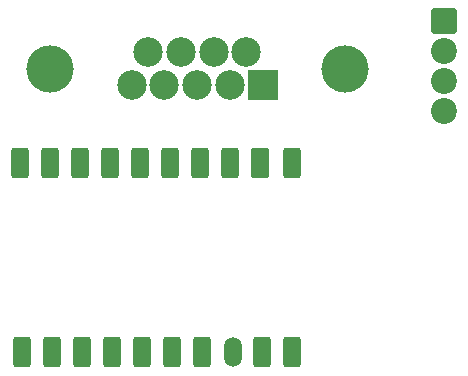
<source format=gbr>
%TF.GenerationSoftware,KiCad,Pcbnew,9.0.6*%
%TF.CreationDate,2025-12-01T23:04:52-05:00*%
%TF.ProjectId,ESP32C6-2,45535033-3243-4362-9d32-2e6b69636164,rev?*%
%TF.SameCoordinates,Original*%
%TF.FileFunction,Soldermask,Bot*%
%TF.FilePolarity,Negative*%
%FSLAX46Y46*%
G04 Gerber Fmt 4.6, Leading zero omitted, Abs format (unit mm)*
G04 Created by KiCad (PCBNEW 9.0.6) date 2025-12-01 23:04:52*
%MOMM*%
%LPD*%
G01*
G04 APERTURE LIST*
G04 Aperture macros list*
%AMRoundRect*
0 Rectangle with rounded corners*
0 $1 Rounding radius*
0 $2 $3 $4 $5 $6 $7 $8 $9 X,Y pos of 4 corners*
0 Add a 4 corners polygon primitive as box body*
4,1,4,$2,$3,$4,$5,$6,$7,$8,$9,$2,$3,0*
0 Add four circle primitives for the rounded corners*
1,1,$1+$1,$2,$3*
1,1,$1+$1,$4,$5*
1,1,$1+$1,$6,$7*
1,1,$1+$1,$8,$9*
0 Add four rect primitives between the rounded corners*
20,1,$1+$1,$2,$3,$4,$5,0*
20,1,$1+$1,$4,$5,$6,$7,0*
20,1,$1+$1,$6,$7,$8,$9,0*
20,1,$1+$1,$8,$9,$2,$3,0*%
G04 Aperture macros list end*
%ADD10RoundRect,0.225000X0.525000X-1.045000X0.525000X1.045000X-0.525000X1.045000X-0.525000X-1.045000X0*%
%ADD11RoundRect,0.750000X0.000010X-0.520000X0.000010X0.520000X-0.000010X0.520000X-0.000010X-0.520000X0*%
%ADD12RoundRect,0.150000X0.600000X-1.120000X0.600000X1.120000X-0.600000X1.120000X-0.600000X-1.120000X0*%
%ADD13C,2.500000*%
%ADD14R,2.500000X2.500000*%
%ADD15C,4.000000*%
%ADD16RoundRect,0.249999X-0.850001X0.850001X-0.850001X-0.850001X0.850001X-0.850001X0.850001X0.850001X0*%
%ADD17C,2.200000*%
G04 APERTURE END LIST*
D10*
%TO.C,U1*%
X136500000Y-76000000D03*
X134000000Y-76000000D03*
D11*
X131500000Y-76000000D03*
D10*
X128920000Y-76000000D03*
X126380000Y-76000000D03*
X123840000Y-76000000D03*
X121300000Y-76000000D03*
X118760000Y-76000000D03*
X116220000Y-76000000D03*
X113680000Y-76000000D03*
X136500000Y-60000000D03*
D12*
X133820000Y-60000000D03*
D10*
X131280000Y-60000000D03*
X128740000Y-60000000D03*
X126200000Y-60000000D03*
X123660000Y-60000000D03*
X121120000Y-60000000D03*
X118580000Y-60000000D03*
X116040000Y-60000000D03*
X113500000Y-60000000D03*
%TD*%
D13*
%TO.C,J1*%
X124345000Y-50580000D03*
X127115000Y-50580000D03*
X129885000Y-50580000D03*
X132655000Y-50580000D03*
X122960000Y-53420000D03*
X125730000Y-53420000D03*
X128500000Y-53420000D03*
X131270000Y-53420000D03*
D14*
X134040000Y-53420000D03*
D15*
X116000000Y-52000000D03*
X141000000Y-52000000D03*
%TD*%
D16*
%TO.C,J2*%
X149367500Y-48000000D03*
D17*
X149367500Y-50540000D03*
X149367500Y-53080000D03*
X149367500Y-55620000D03*
%TD*%
M02*

</source>
